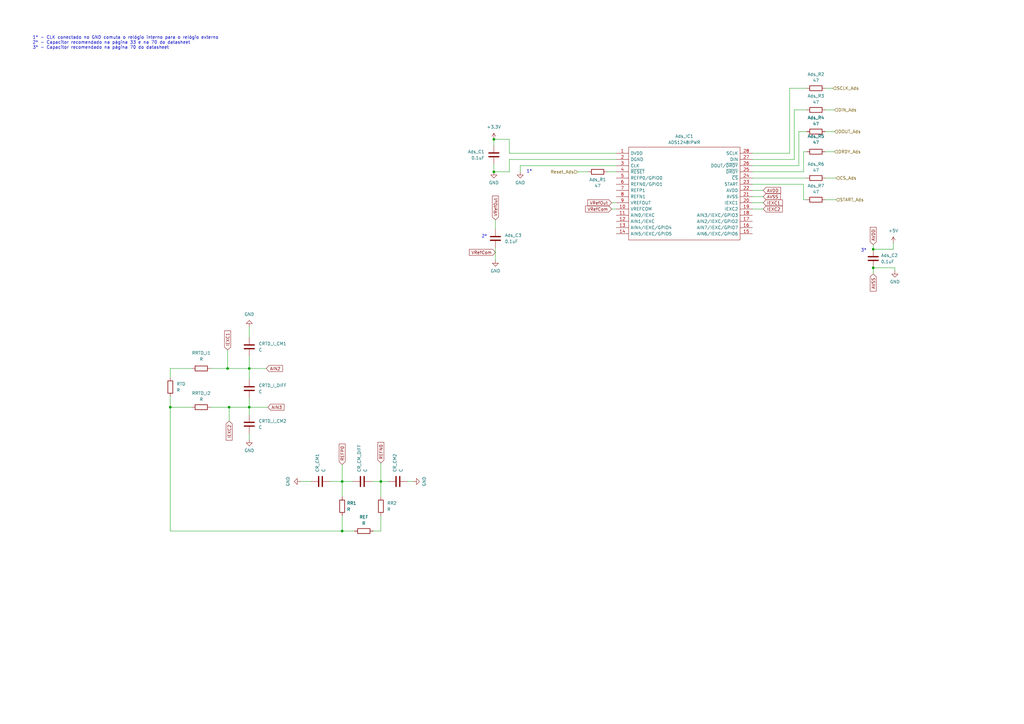
<source format=kicad_sch>
(kicad_sch (version 20230121) (generator eeschema)
  (paper "A3")
  (lib_symbols
    (symbol "Ads1248:ADS1248IPWR" (pin_names (offset 0.762))
      (property "Reference" "IC" (at 52.07 7.62 0))
      (property "Value" "ADS1248IPWR" (at 52.07 5.08 0))
      (symbol "ADS1248IPWR_0_0"
        (pin passive line (at 0 0 0) (length 5.08) (name "DVDD") (number "1"))
        (pin passive line (at 0 -22.86 0) (length 5.08) (name "VREFCOM") (number "10"))
        (pin passive line (at 0 -25.4 0) (length 5.08) (name "AIN0/IEXC") (number "11"))
        (pin passive line (at 0 -27.94 0) (length 5.08) (name "AIN1/IEXC") (number "12"))
        (pin passive line (at 0 -30.48 0) (length 5.08) (name "AIN4/IEXC/GPIO4") (number "13"))
        (pin passive line (at 0 -33.02 0) (length 5.08) (name "AIN5/IEXC/GPIO5") (number "14"))
        (pin passive line (at 55.88 -33.02 180) (length 5.08) (name "AIN6/IEXC/GPIO6") (number "15"))
        (pin passive line (at 55.88 -30.48 180) (length 5.08) (name "AIN7/IEXC/GPIO7") (number "16"))
        (pin passive line (at 55.88 -27.94 180) (length 5.08) (name "AIN2/IEXC/GPIO2") (number "17"))
        (pin passive line (at 55.88 -25.4 180) (length 5.08) (name "AIN3/IEXC/GPIO3") (number "18"))
        (pin passive line (at 55.88 -22.86 180) (length 5.08) (name "IEXC2") (number "19"))
        (pin passive line (at 0 -2.54 0) (length 5.08) (name "DGND") (number "2"))
        (pin passive line (at 55.88 -20.32 180) (length 5.08) (name "IEXC1") (number "20"))
        (pin passive line (at 55.88 -17.78 180) (length 5.08) (name "AVSS") (number "21"))
        (pin passive line (at 55.88 -15.24 180) (length 5.08) (name "AVDD") (number "22"))
        (pin passive line (at 55.88 -12.7 180) (length 5.08) (name "START") (number "23"))
        (pin passive line (at 55.88 -10.16 180) (length 5.08) (name "~{CS}") (number "24"))
        (pin passive line (at 55.88 -7.62 180) (length 5.08) (name "~{DRDY}") (number "25"))
        (pin passive line (at 55.88 -5.08 180) (length 5.08) (name "DOUT/~{DRDY}") (number "26"))
        (pin passive line (at 55.88 -2.54 180) (length 5.08) (name "DIN") (number "27"))
        (pin passive line (at 55.88 0 180) (length 5.08) (name "SCLK") (number "28"))
        (pin passive line (at 0 -5.08 0) (length 5.08) (name "CLK") (number "3"))
        (pin passive line (at 0 -7.62 0) (length 5.08) (name "~{RESET}") (number "4"))
        (pin passive line (at 0 -10.16 0) (length 5.08) (name "REFP0/GPIO0") (number "5"))
        (pin passive line (at 0 -12.7 0) (length 5.08) (name "REFN0/GPIO1") (number "6"))
        (pin passive line (at 0 -15.24 0) (length 5.08) (name "REFP1") (number "7"))
        (pin passive line (at 0 -17.78 0) (length 5.08) (name "REFN1") (number "8"))
        (pin passive line (at 0 -20.32 0) (length 5.08) (name "VREFOUT") (number "9"))
      )
      (symbol "ADS1248IPWR_0_1"
        (polyline (pts (xy 5.08 2.54) (xy 50.8 2.54) (xy 50.8 -35.56) (xy 5.08 -35.56) (xy 5.08 2.54)) (stroke (width 0.1524)))
      )
    )
    (symbol "Device:C" (pin_numbers hide) (pin_names (offset 0.254))
      (property "Reference" "C" (at 0.635 2.54 0))
      (property "Value" "C" (at 0.635 -2.54 0))
      (symbol "C_0_1"
        (polyline (pts (xy -2.032 -0.762) (xy 2.032 -0.762)) (stroke (width 0.508)))
        (polyline (pts (xy -2.032 0.762) (xy 2.032 0.762)) (stroke (width 0.508)))
      )
      (symbol "C_1_1"
        (pin passive line (at 0 3.81 270) (length 2.794) (name "~") (number "1"))
        (pin passive line (at 0 -3.81 90) (length 2.794) (name "~") (number "2"))
      )
    )
    (symbol "Device:R" (pin_numbers hide) (pin_names (offset 0))
      (property "Reference" "R" (at 2.032 0 90))
      (property "Value" "R" (at 0 0 90))
      (symbol "R_0_1"
        (rectangle (start -1.016 -2.54) (end 1.016 2.54) (stroke (width 0.254)))
      )
      (symbol "R_1_1"
        (pin passive line (at 0 3.81 270) (length 1.27) (name "~") (number "1"))
        (pin passive line (at 0 -3.81 90) (length 1.27) (name "~") (number "2"))
      )
    )
    (symbol "power:+3.3V" (power) (pin_names (offset 0))
      (property "Value" "+3.3V" (at 0 3.556 0))
      (symbol "+3.3V_0_1"
        (polyline (pts (xy -0.762 1.27) (xy 0 2.54)))
        (polyline (pts (xy 0 0) (xy 0 2.54)))
        (polyline (pts (xy 0 2.54) (xy 0.762 1.27)))
      )
      (symbol "+3.3V_1_1"
        (pin power_in line (at 0 0 90) (length 0) hide (name "+3.3V") (number "1"))
      )
    )
    (symbol "power:+5V" (power) (pin_names (offset 0))
      (property "Value" "+5V" (at 0 3.556 0))
      (symbol "+5V_0_1"
        (polyline (pts (xy -0.762 1.27) (xy 0 2.54)))
        (polyline (pts (xy 0 0) (xy 0 2.54)))
        (polyline (pts (xy 0 2.54) (xy 0.762 1.27)))
      )
      (symbol "+5V_1_1"
        (pin power_in line (at 0 0 90) (length 0) hide (name "+5V") (number "1"))
      )
    )
    (symbol "power:GND" (power) (pin_names (offset 0))
      (property "Value" "GND" (at 0 -3.81 0))
      (symbol "GND_0_1"
        (polyline (pts (xy 0 0) (xy 0 -1.27) (xy 1.27 -1.27) (xy 0 -2.54) (xy -1.27 -1.27) (xy 0 -1.27)))
      )
      (symbol "GND_1_1"
        (pin power_in line (at 0 0 270) (length 0) hide (name "GND") (number "1"))
      )
    )
  )
  (junction (at 358.14 102.235))
  (junction (at 156.21 197.485))
  (junction (at 102.235 167.005))
  (junction (at 358.14 109.855))
  (junction (at 140.335 217.805))
  (junction (at 69.85 167.005))
  (junction (at 93.98 167.005))
  (junction (at 140.335 197.485))
  (junction (at 93.345 151.13))
  (junction (at 102.235 151.13))
  (junction (at 202.565 70.485))
  (junction (at 202.565 57.15))
  (wire (pts (xy 208.915 70.485) (xy 208.915 65.405)))
  (wire (pts (xy 330.835 73.025) (xy 308.61 73.025)))
  (wire (pts (xy 102.235 163.195) (xy 102.235 167.005)))
  (wire (pts (xy 330.835 53.975) (xy 327.66 53.975)))
  (wire (pts (xy 69.85 167.005) (xy 69.85 217.805)))
  (wire (pts (xy 156.21 203.835) (xy 156.21 197.485)))
  (wire (pts (xy 248.92 70.485) (xy 252.73 70.485)))
  (wire (pts (xy 313.055 85.725) (xy 308.61 85.725)))
  (wire (pts (xy 327.66 53.975) (xy 327.66 67.945)))
  (wire (pts (xy 93.98 167.005) (xy 93.98 172.72)))
  (wire (pts (xy 329.565 62.23) (xy 329.565 70.485)))
  (wire (pts (xy 102.235 167.005) (xy 102.235 170.18)))
  (wire (pts (xy 140.335 217.805) (xy 145.415 217.805)))
  (wire (pts (xy 93.345 143.51) (xy 93.345 151.13)))
  (wire (pts (xy 325.755 65.405) (xy 308.61 65.405)))
  (wire (pts (xy 367.03 109.855) (xy 358.14 109.855)))
  (wire (pts (xy 366.395 102.235) (xy 358.14 102.235)))
  (wire (pts (xy 329.565 81.915) (xy 329.565 75.565)))
  (wire (pts (xy 236.855 70.485) (xy 241.3 70.485)))
  (wire (pts (xy 93.98 167.005) (xy 102.235 167.005)))
  (wire (pts (xy 140.335 197.485) (xy 144.78 197.485)))
  (wire (pts (xy 329.565 75.565) (xy 308.61 75.565)))
  (wire (pts (xy 102.235 146.05) (xy 102.235 151.13)))
  (wire (pts (xy 102.235 180.34) (xy 102.235 177.8)))
  (wire (pts (xy 69.85 162.56) (xy 69.85 167.005)))
  (wire (pts (xy 156.21 217.805) (xy 156.21 211.455)))
  (wire (pts (xy 252.73 67.945) (xy 213.36 67.945)))
  (wire (pts (xy 358.14 100.33) (xy 358.14 102.235)))
  (wire (pts (xy 156.21 189.865) (xy 156.21 197.485)))
  (wire (pts (xy 69.85 151.13) (xy 69.85 154.94)))
  (wire (pts (xy 202.565 59.69) (xy 202.565 57.15)))
  (wire (pts (xy 250.825 83.185) (xy 252.73 83.185)))
  (wire (pts (xy 330.835 45.085) (xy 325.755 45.085)))
  (wire (pts (xy 202.565 57.15) (xy 208.915 57.15)))
  (wire (pts (xy 338.455 73.025) (xy 342.9 73.025)))
  (wire (pts (xy 313.055 83.185) (xy 308.61 83.185)))
  (wire (pts (xy 213.36 67.945) (xy 213.36 70.485)))
  (wire (pts (xy 78.74 151.13) (xy 69.85 151.13)))
  (wire (pts (xy 313.055 78.105) (xy 308.61 78.105)))
  (wire (pts (xy 102.235 133.985) (xy 102.235 138.43)))
  (wire (pts (xy 152.4 197.485) (xy 156.21 197.485)))
  (wire (pts (xy 156.21 197.485) (xy 159.385 197.485)))
  (wire (pts (xy 250.825 85.725) (xy 252.73 85.725)))
  (wire (pts (xy 86.36 151.13) (xy 93.345 151.13)))
  (wire (pts (xy 102.235 151.13) (xy 102.235 155.575)))
  (wire (pts (xy 330.835 36.195) (xy 323.85 36.195)))
  (wire (pts (xy 86.36 167.005) (xy 93.98 167.005)))
  (wire (pts (xy 366.395 99.695) (xy 366.395 102.235)))
  (wire (pts (xy 69.85 217.805) (xy 140.335 217.805)))
  (wire (pts (xy 109.855 167.005) (xy 102.235 167.005)))
  (wire (pts (xy 342.265 45.085) (xy 338.455 45.085)))
  (wire (pts (xy 208.915 62.865) (xy 252.73 62.865)))
  (wire (pts (xy 358.14 109.855) (xy 358.14 112.395)))
  (wire (pts (xy 202.565 70.485) (xy 208.915 70.485)))
  (wire (pts (xy 140.335 197.485) (xy 140.335 203.835)))
  (wire (pts (xy 367.03 111.125) (xy 367.03 109.855)))
  (wire (pts (xy 338.455 81.915) (xy 342.9 81.915)))
  (wire (pts (xy 327.66 67.945) (xy 308.61 67.945)))
  (wire (pts (xy 153.035 217.805) (xy 156.21 217.805)))
  (wire (pts (xy 203.2 101.6) (xy 203.2 106.68)))
  (wire (pts (xy 208.915 57.15) (xy 208.915 62.865)))
  (wire (pts (xy 102.235 151.13) (xy 109.22 151.13)))
  (wire (pts (xy 93.345 151.13) (xy 102.235 151.13)))
  (wire (pts (xy 313.055 80.645) (xy 308.61 80.645)))
  (wire (pts (xy 208.915 65.405) (xy 252.73 65.405)))
  (wire (pts (xy 325.755 45.085) (xy 325.755 65.405)))
  (wire (pts (xy 69.85 167.005) (xy 78.74 167.005)))
  (wire (pts (xy 341.63 36.195) (xy 338.455 36.195)))
  (wire (pts (xy 329.565 70.485) (xy 308.61 70.485)))
  (wire (pts (xy 338.455 53.975) (xy 342.265 53.975)))
  (wire (pts (xy 140.335 211.455) (xy 140.335 217.805)))
  (wire (pts (xy 203.2 90.17) (xy 203.2 93.98)))
  (wire (pts (xy 135.255 197.485) (xy 140.335 197.485)))
  (wire (pts (xy 202.565 67.31) (xy 202.565 70.485)))
  (wire (pts (xy 169.545 197.485) (xy 167.005 197.485)))
  (wire (pts (xy 323.85 62.865) (xy 308.61 62.865)))
  (wire (pts (xy 330.835 81.915) (xy 329.565 81.915)))
  (wire (pts (xy 323.85 36.195) (xy 323.85 62.865)))
  (wire (pts (xy 338.455 62.23) (xy 342.265 62.23)))
  (wire (pts (xy 330.835 62.23) (xy 329.565 62.23)))
  (wire (pts (xy 140.335 197.485) (xy 140.335 190.5)))
  (wire (pts (xy 123.19 197.485) (xy 127.635 197.485)))
  (text "2*" (at 197.485 97.79 0) (effects (font (size 1.27 1.27)) (justify left bottom)))
  (text "1*" (at 215.9 71.12 0) (effects (font (size 1.27 1.27)) (justify left bottom)))
  (text "3*" (at 353.06 103.505 0) (effects (font (size 1.27 1.27)) (justify left bottom)))
  (text "1* - CLK conectado no GND comuta o relógio interno para o relógio externo\n2* - Capacitor recomendado na página 33 e na 70 do datasheet\n3* - Capacitor recomendado na página 70 do datasheet" (at 13.335 20.32 0) (effects (font (size 1.27 1.27)) (justify left bottom)))
  (global_label "VRefCom" (shape input) (at 250.825 85.725 180) (property "Intersheetrefs" "${INTERSHEET_REFS}" (effects hide)))
  (global_label "AIN3" (shape input) (at 109.855 167.005 0) (property "Intersheetrefs" "${INTERSHEET_REFS}" (effects hide)))
  (global_label "AVSS" (shape input) (at 358.14 112.395 270) (property "Intersheetrefs" "${INTERSHEET_REFS}" (effects hide)))
  (global_label "AVDD" (shape input) (at 313.055 78.105 0) (property "Intersheetrefs" "${INTERSHEET_REFS}" (effects hide)))
  (global_label "IEXC1" (shape input) (at 93.345 143.51 90) (property "Intersheetrefs" "${INTERSHEET_REFS}" (effects hide)))
  (global_label "REFP0" (shape input) (at 140.335 190.5 90) (property "Intersheetrefs" "${INTERSHEET_REFS}" (effects hide)))
  (global_label "VRefOut" (shape input) (at 250.825 83.185 180) (property "Intersheetrefs" "${INTERSHEET_REFS}" (effects hide)))
  (global_label "AVDD" (shape input) (at 358.14 100.33 90) (property "Intersheetrefs" "${INTERSHEET_REFS}" (effects hide)))
  (global_label "VRefCom" (shape input) (at 203.2 103.505 180) (property "Intersheetrefs" "${INTERSHEET_REFS}" (effects hide)))
  (global_label "IEXC2" (shape input) (at 313.055 85.725 0) (property "Intersheetrefs" "${INTERSHEET_REFS}" (effects hide)))
  (global_label "VRefOut" (shape input) (at 203.2 90.17 90) (property "Intersheetrefs" "${INTERSHEET_REFS}" (effects hide)))
  (global_label "IEXC1" (shape input) (at 313.055 83.185 0) (property "Intersheetrefs" "${INTERSHEET_REFS}" (effects hide)))
  (global_label "AIN2" (shape input) (at 109.22 151.13 0) (property "Intersheetrefs" "${INTERSHEET_REFS}" (effects hide)))
  (global_label "AVSS" (shape input) (at 313.055 80.645 0) (property "Intersheetrefs" "${INTERSHEET_REFS}" (effects hide)))
  (global_label "REFN0" (shape input) (at 156.21 189.865 90) (property "Intersheetrefs" "${INTERSHEET_REFS}" (effects hide)))
  (global_label "IEXC2" (shape input) (at 93.98 172.72 270) (property "Intersheetrefs" "${INTERSHEET_REFS}" (effects hide)))
  (hierarchical_label "DRDY_Ads" (shape input) (at 342.265 62.23 0))
  (hierarchical_label "START_Ads" (shape input) (at 342.9 81.915 0))
  (hierarchical_label "DIN_Ads" (shape input) (at 342.265 45.085 0))
  (hierarchical_label "SCLK_Ads" (shape input) (at 341.63 36.195 0))
  (hierarchical_label "DOUT_Ads" (shape input) (at 342.265 53.975 0))
  (hierarchical_label "CS_Ads" (shape input) (at 342.9 73.025 0))
  (hierarchical_label "Reset_Ads" (shape input) (at 236.855 70.485 180))
  (symbol (lib_id "Device:C") (at 102.235 173.99 0) (unit 1)
    (property "Reference" "CRTD_I_CM2" (at 106.045 172.72 0) (effects (justify left)))
    (property "Value" "C" (at 106.045 175.26 0) (effects (justify left)))
  )
  (symbol (lib_id "Device:R") (at 334.645 53.975 90) (unit 1)
    (property "Reference" "Ads_R4" (at 334.645 48.26 90))
    (property "Value" "47" (at 334.645 50.8 90))
    (property "Footprint" "Resistor_SMD:R_0402_1005Metric" (effects hide))
  )
  (symbol (lib_id "Ads1248:ADS1248IPWR") (at 252.73 62.865 0) (unit 1)
    (property "Reference" "Ads_IC1" (at 280.67 55.88 0))
    (property "Value" "ADS1248IPWR" (at 280.67 58.42 0))
    (property "Footprint" "SOP65P640X120-28N" (effects hide))
    (property "Datasheet" "http://www.ti.com/lit/gpn/ADS1248" (effects hide))
    (property "Description" "24-Bit, 2kSPS, 8-Ch Delta-Sigma ADC for Precision Sensor Measurement" (effects hide))
    (property "Height" "1.2" (effects hide))
    (property "Manufacturer_Name" "Texas Instruments" (effects hide))
    (property "Manufacturer_Part_Number" "ADS1248IPWR" (effects hide))
    (property "Mouser Part Number" "595-ADS1248IPWR" (effects hide))
    (property "Mouser Price/Stock" "https://www.mouser.co.uk/ProductDetail/Texas-Instruments/ADS1248IPWR?qs=J7dbQ%252BTwiyv7%2FPk4aINAHQ%3D%3D" (effects hide))
    (property "Arrow Part Number" "ADS1248IPWR" (effects hide))
    (property "Arrow Price/Stock" "https://www.arrow.com/en/products/ads1248ipwr/texas-instruments?region=nac" (effects hide))
  )
  (symbol (lib_id "Device:R") (at 334.645 73.025 90) (unit 1)
    (property "Reference" "Ads_R6" (at 334.645 67.31 90))
    (property "Value" "47" (at 334.645 69.85 90))
    (property "Footprint" "Resistor_SMD:R_0402_1005Metric" (effects hide))
  )
  (symbol (lib_id "power:GND") (at 102.235 180.34 0) (unit 1)
    (property "Reference" "#PWR06" (effects hide))
    (property "Value" "GND" (at 102.235 184.785 0))
  )
  (symbol (lib_id "Device:C") (at 358.14 106.045 0) (unit 1)
    (property "Reference" "Ads_C2" (at 361.315 104.775 0) (effects (justify left)))
    (property "Value" "0.1uF" (at 361.315 107.315 0) (effects (justify left)))
    (property "Footprint" "Capacitor_SMD:C_0603_1608Metric" (effects hide))
  )
  (symbol (lib_id "Device:R") (at 69.85 158.75 0) (unit 1)
    (property "Reference" "RTD" (at 72.39 157.48 0) (effects (justify left)))
    (property "Value" "R" (at 72.39 160.02 0) (effects (justify left)))
  )
  (symbol (lib_id "Device:C") (at 163.195 197.485 90) (unit 1)
    (property "Reference" "CR_CM2" (at 161.925 193.675 0) (effects (justify left)))
    (property "Value" "C" (at 164.465 193.675 0) (effects (justify left)))
  )
  (symbol (lib_id "Device:R") (at 156.21 207.645 180) (unit 1)
    (property "Reference" "RR2" (at 158.75 206.375 0) (effects (justify right)))
    (property "Value" "R" (at 158.75 208.915 0) (effects (justify right)))
  )
  (symbol (lib_id "Device:R") (at 82.55 167.005 90) (unit 1)
    (property "Reference" "RRTD_I2" (at 82.55 161.29 90))
    (property "Value" "R" (at 82.55 163.83 90))
  )
  (symbol (lib_id "power:GND") (at 213.36 70.485 0) (unit 1)
    (property "Reference" "#PWR03" (effects hide))
    (property "Value" "GND" (at 213.36 74.93 0))
  )
  (symbol (lib_id "power:GND") (at 202.565 70.485 0) (unit 1)
    (property "Reference" "#PWR01" (effects hide))
    (property "Value" "GND" (at 202.565 74.93 0))
  )
  (symbol (lib_id "Device:R") (at 82.55 151.13 90) (unit 1)
    (property "Reference" "RRTD_I1" (at 82.55 144.78 90))
    (property "Value" "R" (at 82.55 147.32 90))
  )
  (symbol (lib_id "power:GND") (at 203.2 106.68 0) (unit 1)
    (property "Reference" "#PWR07" (effects hide))
    (property "Value" "GND" (at 203.2 111.125 0))
  )
  (symbol (lib_id "power:GND") (at 123.19 197.485 270) (unit 1)
    (property "Reference" "#PWR09" (effects hide))
    (property "Value" "GND" (at 118.11 197.485 0))
  )
  (symbol (lib_id "power:+3.3V") (at 202.565 57.15 0) (unit 1)
    (property "Reference" "#PWR02" (effects hide))
    (property "Value" "+3.3V" (at 202.565 52.07 0))
  )
  (symbol (lib_id "Device:R") (at 334.645 81.915 90) (unit 1)
    (property "Reference" "Ads_R7" (at 334.645 76.2 90))
    (property "Value" "47" (at 334.645 78.74 90))
    (property "Footprint" "Resistor_SMD:R_0402_1005Metric" (effects hide))
  )
  (symbol (lib_id "power:GND") (at 367.03 111.125 0) (unit 1)
    (property "Reference" "#PWR05" (effects hide))
    (property "Value" "GND" (at 367.03 115.57 0))
  )
  (symbol (lib_id "Device:C") (at 148.59 197.485 90) (unit 1)
    (property "Reference" "CR_CM_DIFF" (at 147.32 193.675 0) (effects (justify left)))
    (property "Value" "C" (at 149.86 193.675 0) (effects (justify left)))
  )
  (symbol (lib_id "power:GND") (at 102.235 133.985 180) (unit 1)
    (property "Reference" "#PWR08" (effects hide))
    (property "Value" "GND" (at 102.235 128.905 0))
  )
  (symbol (lib_id "Device:R") (at 140.335 207.645 180) (unit 1)
    (property "Reference" "RR1" (at 142.24 206.375 0) (effects (justify right)))
    (property "Value" "R" (at 142.24 208.915 0) (effects (justify right)))
  )
  (symbol (lib_id "Device:R") (at 245.11 70.485 90) (unit 1)
    (property "Reference" "Ads_R1" (at 245.11 73.66 90))
    (property "Value" "47" (at 245.11 76.2 90))
    (property "Footprint" "Resistor_SMD:R_0402_1005Metric" (effects hide))
  )
  (symbol (lib_id "Device:R") (at 149.225 217.805 270) (unit 1)
    (property "Reference" "REF" (at 149.225 212.09 90))
    (property "Value" "R" (at 149.225 214.63 90))
  )
  (symbol (lib_id "Device:R") (at 334.645 62.23 90) (unit 1)
    (property "Reference" "Ads_R5" (at 334.645 55.88 90))
    (property "Value" "47" (at 334.645 58.42 90))
    (property "Footprint" "Resistor_SMD:R_0402_1005Metric" (effects hide))
  )
  (symbol (lib_id "power:+5V") (at 366.395 99.695 0) (unit 1)
    (property "Reference" "#PWR04" (effects hide))
    (property "Value" "+5V" (at 366.395 94.615 0))
  )
  (symbol (lib_id "Device:C") (at 131.445 197.485 90) (unit 1)
    (property "Reference" "CR_CM1" (at 130.175 193.675 0) (effects (justify left)))
    (property "Value" "C" (at 132.715 193.675 0) (effects (justify left)))
  )
  (symbol (lib_id "Device:R") (at 334.645 45.085 90) (unit 1)
    (property "Reference" "Ads_R3" (at 334.645 39.37 90))
    (property "Value" "47" (at 334.645 41.91 90))
    (property "Footprint" "Resistor_SMD:R_0402_1005Metric" (effects hide))
  )
  (symbol (lib_id "Device:C") (at 102.235 159.385 0) (unit 1)
    (property "Reference" "CRTD_I_DIFF" (at 106.045 158.115 0) (effects (justify left)))
    (property "Value" "C" (at 106.045 160.655 0) (effects (justify left)))
  )
  (symbol (lib_id "Device:C") (at 202.565 63.5 0) (unit 1)
    (property "Reference" "Ads_C1" (at 198.755 62.23 0) (effects (justify right)))
    (property "Value" "0.1uF" (at 198.755 64.77 0) (effects (justify right)))
    (property "Footprint" "Capacitor_SMD:C_0603_1608Metric" (effects hide))
  )
  (symbol (lib_id "Device:C") (at 203.2 97.79 0) (unit 1)
    (property "Reference" "Ads_C3" (at 207.01 96.52 0) (effects (justify left)))
    (property "Value" "0.1uF" (at 207.01 99.06 0) (effects (justify left)))
    (property "Footprint" "Capacitor_SMD:C_0603_1608Metric" (effects hide))
  )
  (symbol (lib_id "Device:C") (at 102.235 142.24 0) (unit 1)
    (property "Reference" "CRTD_I_CM1" (at 106.045 140.97 0) (effects (justify left)))
    (property "Value" "C" (at 106.045 143.51 0) (effects (justify left)))
  )
  (symbol (lib_id "Device:R") (at 334.645 36.195 90) (unit 1)
    (property "Reference" "Ads_R2" (at 334.645 30.48 90))
    (property "Value" "47" (at 334.645 33.02 90))
    (property "Footprint" "Resistor_SMD:R_0402_1005Metric" (effects hide))
  )
  (symbol (lib_id "power:GND") (at 169.545 197.485 90) (unit 1)
    (property "Reference" "#PWR010" (effects hide))
    (property "Value" "GND" (at 173.99 197.485 0))
  )
)
</source>
